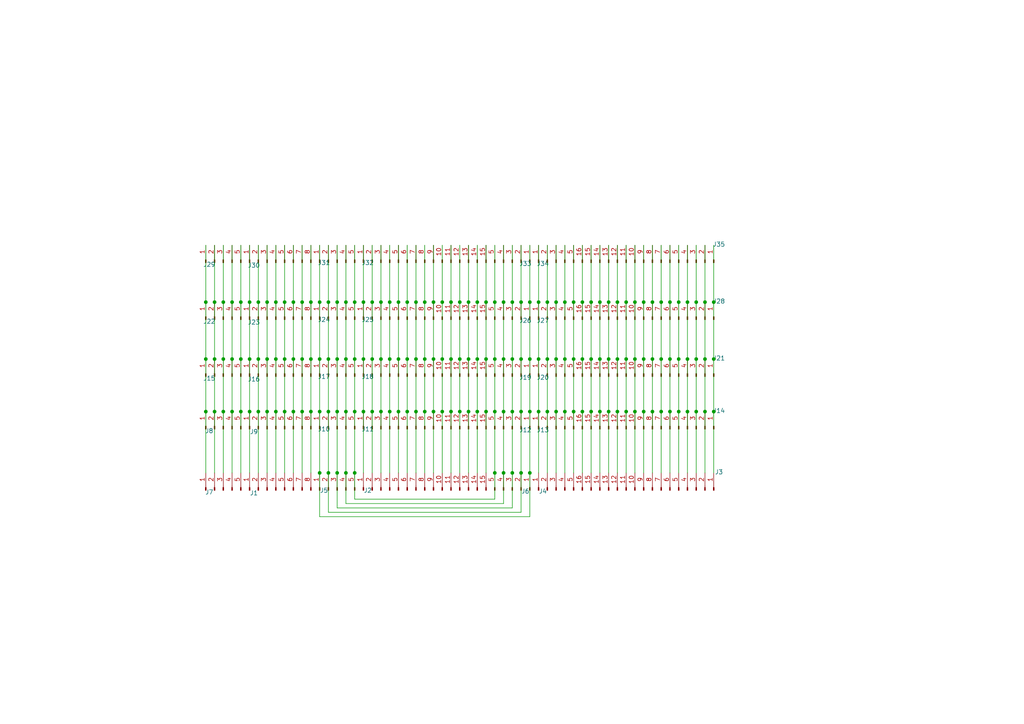
<source format=kicad_sch>
(kicad_sch (version 20250114) (generator "eeschema") (generator_version "9.0")
  (paper "A4")
  (lib_symbols
    (symbol "Connector:Conn_01x05_Pin" (pin_names (offset 1.016) (hide yes))
      (property "Reference" "J" (at 0 7.62 0))
      (property "Value" "Conn_01x05_Pin" (at 0 -7.62 0))
      (symbol "Conn_01x05_Pin_1_1"
        (rectangle (start 0.8636 5.207) (end 0 4.953) (stroke (width 0.1524)) (fill (type outline)))
        (rectangle (start 0.8636 2.667) (end 0 2.413) (stroke (width 0.1524)) (fill (type outline)))
        (rectangle (start 0.8636 0.127) (end 0 -0.127) (stroke (width 0.1524)) (fill (type outline)))
        (rectangle (start 0.8636 -2.413) (end 0 -2.667) (stroke (width 0.1524)) (fill (type outline)))
        (rectangle (start 0.8636 -4.953) (end 0 -5.207) (stroke (width 0.1524)) (fill (type outline)))
        (polyline (pts (xy 1.27 5.08) (xy 0.8636 5.08)) (stroke (width 0.1524)))
        (polyline (pts (xy 1.27 2.54) (xy 0.8636 2.54)) (stroke (width 0.1524)))
        (polyline (pts (xy 1.27 0) (xy 0.8636 0)) (stroke (width 0.1524)))
        (polyline (pts (xy 1.27 -2.54) (xy 0.8636 -2.54)) (stroke (width 0.1524)))
        (polyline (pts (xy 1.27 -5.08) (xy 0.8636 -5.08)) (stroke (width 0.1524)))
        (pin passive line (at 5.08 5.08 180) (length 3.81) (name "Pin_1") (number "1"))
        (pin passive line (at 5.08 2.54 180) (length 3.81) (name "Pin_2") (number "2"))
        (pin passive line (at 5.08 0 180) (length 3.81) (name "Pin_3") (number "3"))
        (pin passive line (at 5.08 -2.54 180) (length 3.81) (name "Pin_4") (number "4"))
        (pin passive line (at 5.08 -5.08 180) (length 3.81) (name "Pin_5") (number "5"))
      )
    )
    (symbol "Connector:Conn_01x08_Pin" (pin_names (offset 1.016) (hide yes))
      (property "Reference" "J" (at 0 10.16 0))
      (property "Value" "Conn_01x08_Pin" (at 0 -12.7 0))
      (symbol "Conn_01x08_Pin_1_1"
        (rectangle (start 0.8636 7.747) (end 0 7.493) (stroke (width 0.1524)) (fill (type outline)))
        (rectangle (start 0.8636 5.207) (end 0 4.953) (stroke (width 0.1524)) (fill (type outline)))
        (rectangle (start 0.8636 2.667) (end 0 2.413) (stroke (width 0.1524)) (fill (type outline)))
        (rectangle (start 0.8636 0.127) (end 0 -0.127) (stroke (width 0.1524)) (fill (type outline)))
        (rectangle (start 0.8636 -2.413) (end 0 -2.667) (stroke (width 0.1524)) (fill (type outline)))
        (rectangle (start 0.8636 -4.953) (end 0 -5.207) (stroke (width 0.1524)) (fill (type outline)))
        (rectangle (start 0.8636 -7.493) (end 0 -7.747) (stroke (width 0.1524)) (fill (type outline)))
        (rectangle (start 0.8636 -10.033) (end 0 -10.287) (stroke (width 0.1524)) (fill (type outline)))
        (polyline (pts (xy 1.27 7.62) (xy 0.8636 7.62)) (stroke (width 0.1524)))
        (polyline (pts (xy 1.27 5.08) (xy 0.8636 5.08)) (stroke (width 0.1524)))
        (polyline (pts (xy 1.27 2.54) (xy 0.8636 2.54)) (stroke (width 0.1524)))
        (polyline (pts (xy 1.27 0) (xy 0.8636 0)) (stroke (width 0.1524)))
        (polyline (pts (xy 1.27 -2.54) (xy 0.8636 -2.54)) (stroke (width 0.1524)))
        (polyline (pts (xy 1.27 -5.08) (xy 0.8636 -5.08)) (stroke (width 0.1524)))
        (polyline (pts (xy 1.27 -7.62) (xy 0.8636 -7.62)) (stroke (width 0.1524)))
        (polyline (pts (xy 1.27 -10.16) (xy 0.8636 -10.16)) (stroke (width 0.1524)))
        (pin passive line (at 5.08 7.62 180) (length 3.81) (name "Pin_1") (number "1"))
        (pin passive line (at 5.08 5.08 180) (length 3.81) (name "Pin_2") (number "2"))
        (pin passive line (at 5.08 2.54 180) (length 3.81) (name "Pin_3") (number "3"))
        (pin passive line (at 5.08 0 180) (length 3.81) (name "Pin_4") (number "4"))
        (pin passive line (at 5.08 -2.54 180) (length 3.81) (name "Pin_5") (number "5"))
        (pin passive line (at 5.08 -5.08 180) (length 3.81) (name "Pin_6") (number "6"))
        (pin passive line (at 5.08 -7.62 180) (length 3.81) (name "Pin_7") (number "7"))
        (pin passive line (at 5.08 -10.16 180) (length 3.81) (name "Pin_8") (number "8"))
      )
    )
    (symbol "Connector:Conn_01x15_Pin" (pin_names (offset 1.016) (hide yes))
      (property "Reference" "J" (at 0 20.32 0))
      (property "Value" "Conn_01x15_Pin" (at 0 -20.32 0))
      (symbol "Conn_01x15_Pin_1_1"
        (rectangle (start 0.8636 17.907) (end 0 17.653) (stroke (width 0.1524)) (fill (type outline)))
        (rectangle (start 0.8636 15.367) (end 0 15.113) (stroke (width 0.1524)) (fill (type outline)))
        (rectangle (start 0.8636 12.827) (end 0 12.573) (stroke (width 0.1524)) (fill (type outline)))
        (rectangle (start 0.8636 10.287) (end 0 10.033) (stroke (width 0.1524)) (fill (type outline)))
        (rectangle (start 0.8636 7.747) (end 0 7.493) (stroke (width 0.1524)) (fill (type outline)))
        (rectangle (start 0.8636 5.207) (end 0 4.953) (stroke (width 0.1524)) (fill (type outline)))
        (rectangle (start 0.8636 2.667) (end 0 2.413) (stroke (width 0.1524)) (fill (type outline)))
        (rectangle (start 0.8636 0.127) (end 0 -0.127) (stroke (width 0.1524)) (fill (type outline)))
        (rectangle (start 0.8636 -2.413) (end 0 -2.667) (stroke (width 0.1524)) (fill (type outline)))
        (rectangle (start 0.8636 -4.953) (end 0 -5.207) (stroke (width 0.1524)) (fill (type outline)))
        (rectangle (start 0.8636 -7.493) (end 0 -7.747) (stroke (width 0.1524)) (fill (type outline)))
        (rectangle (start 0.8636 -10.033) (end 0 -10.287) (stroke (width 0.1524)) (fill (type outline)))
        (rectangle (start 0.8636 -12.573) (end 0 -12.827) (stroke (width 0.1524)) (fill (type outline)))
        (rectangle (start 0.8636 -15.113) (end 0 -15.367) (stroke (width 0.1524)) (fill (type outline)))
        (rectangle (start 0.8636 -17.653) (end 0 -17.907) (stroke (width 0.1524)) (fill (type outline)))
        (polyline (pts (xy 1.27 17.78) (xy 0.8636 17.78)) (stroke (width 0.1524)))
        (polyline (pts (xy 1.27 15.24) (xy 0.8636 15.24)) (stroke (width 0.1524)))
        (polyline (pts (xy 1.27 12.7) (xy 0.8636 12.7)) (stroke (width 0.1524)))
        (polyline (pts (xy 1.27 10.16) (xy 0.8636 10.16)) (stroke (width 0.1524)))
        (polyline (pts (xy 1.27 7.62) (xy 0.8636 7.62)) (stroke (width 0.1524)))
        (polyline (pts (xy 1.27 5.08) (xy 0.8636 5.08)) (stroke (width 0.1524)))
        (polyline (pts (xy 1.27 2.54) (xy 0.8636 2.54)) (stroke (width 0.1524)))
        (polyline (pts (xy 1.27 0) (xy 0.8636 0)) (stroke (width 0.1524)))
        (polyline (pts (xy 1.27 -2.54) (xy 0.8636 -2.54)) (stroke (width 0.1524)))
        (polyline (pts (xy 1.27 -5.08) (xy 0.8636 -5.08)) (stroke (width 0.1524)))
        (polyline (pts (xy 1.27 -7.62) (xy 0.8636 -7.62)) (stroke (width 0.1524)))
        (polyline (pts (xy 1.27 -10.16) (xy 0.8636 -10.16)) (stroke (width 0.1524)))
        (polyline (pts (xy 1.27 -12.7) (xy 0.8636 -12.7)) (stroke (width 0.1524)))
        (polyline (pts (xy 1.27 -15.24) (xy 0.8636 -15.24)) (stroke (width 0.1524)))
        (polyline (pts (xy 1.27 -17.78) (xy 0.8636 -17.78)) (stroke (width 0.1524)))
        (pin passive line (at 5.08 17.78 180) (length 3.81) (name "Pin_1") (number "1"))
        (pin passive line (at 5.08 15.24 180) (length 3.81) (name "Pin_2") (number "2"))
        (pin passive line (at 5.08 12.7 180) (length 3.81) (name "Pin_3") (number "3"))
        (pin passive line (at 5.08 10.16 180) (length 3.81) (name "Pin_4") (number "4"))
        (pin passive line (at 5.08 7.62 180) (length 3.81) (name "Pin_5") (number "5"))
        (pin passive line (at 5.08 5.08 180) (length 3.81) (name "Pin_6") (number "6"))
        (pin passive line (at 5.08 2.54 180) (length 3.81) (name "Pin_7") (number "7"))
        (pin passive line (at 5.08 0 180) (length 3.81) (name "Pin_8") (number "8"))
        (pin passive line (at 5.08 -2.54 180) (length 3.81) (name "Pin_9") (number "9"))
        (pin passive line (at 5.08 -5.08 180) (length 3.81) (name "Pin_10") (number "10"))
        (pin passive line (at 5.08 -7.62 180) (length 3.81) (name "Pin_11") (number "11"))
        (pin passive line (at 5.08 -10.16 180) (length 3.81) (name "Pin_12") (number "12"))
        (pin passive line (at 5.08 -12.7 180) (length 3.81) (name "Pin_13") (number "13"))
        (pin passive line (at 5.08 -15.24 180) (length 3.81) (name "Pin_14") (number "14"))
        (pin passive line (at 5.08 -17.78 180) (length 3.81) (name "Pin_15") (number "15"))
      )
    )
    (symbol "Connector:Conn_01x16_Pin" (pin_names (offset 1.016) (hide yes))
      (property "Reference" "J" (at 0 20.32 0))
      (property "Value" "Conn_01x16_Pin" (at 0 -22.86 0))
      (symbol "Conn_01x16_Pin_1_1"
        (rectangle (start 0.8636 17.907) (end 0 17.653) (stroke (width 0.1524)) (fill (type outline)))
        (rectangle (start 0.8636 15.367) (end 0 15.113) (stroke (width 0.1524)) (fill (type outline)))
        (rectangle (start 0.8636 12.827) (end 0 12.573) (stroke (width 0.1524)) (fill (type outline)))
        (rectangle (start 0.8636 10.287) (end 0 10.033) (stroke (width 0.1524)) (fill (type outline)))
        (rectangle (start 0.8636 7.747) (end 0 7.493) (stroke (width 0.1524)) (fill (type outline)))
        (rectangle (start 0.8636 5.207) (end 0 4.953) (stroke (width 0.1524)) (fill (type outline)))
        (rectangle (start 0.8636 2.667) (end 0 2.413) (stroke (width 0.1524)) (fill (type outline)))
        (rectangle (start 0.8636 0.127) (end 0 -0.127) (stroke (width 0.1524)) (fill (type outline)))
        (rectangle (start 0.8636 -2.413) (end 0 -2.667) (stroke (width 0.1524)) (fill (type outline)))
        (rectangle (start 0.8636 -4.953) (end 0 -5.207) (stroke (width 0.1524)) (fill (type outline)))
        (rectangle (start 0.8636 -7.493) (end 0 -7.747) (stroke (width 0.1524)) (fill (type outline)))
        (rectangle (start 0.8636 -10.033) (end 0 -10.287) (stroke (width 0.1524)) (fill (type outline)))
        (rectangle (start 0.8636 -12.573) (end 0 -12.827) (stroke (width 0.1524)) (fill (type outline)))
        (rectangle (start 0.8636 -15.113) (end 0 -15.367) (stroke (width 0.1524)) (fill (type outline)))
        (rectangle (start 0.8636 -17.653) (end 0 -17.907) (stroke (width 0.1524)) (fill (type outline)))
        (rectangle (start 0.8636 -20.193) (end 0 -20.447) (stroke (width 0.1524)) (fill (type outline)))
        (polyline (pts (xy 1.27 17.78) (xy 0.8636 17.78)) (stroke (width 0.1524)))
        (polyline (pts (xy 1.27 15.24) (xy 0.8636 15.24)) (stroke (width 0.1524)))
        (polyline (pts (xy 1.27 12.7) (xy 0.8636 12.7)) (stroke (width 0.1524)))
        (polyline (pts (xy 1.27 10.16) (xy 0.8636 10.16)) (stroke (width 0.1524)))
        (polyline (pts (xy 1.27 7.62) (xy 0.8636 7.62)) (stroke (width 0.1524)))
        (polyline (pts (xy 1.27 5.08) (xy 0.8636 5.08)) (stroke (width 0.1524)))
        (polyline (pts (xy 1.27 2.54) (xy 0.8636 2.54)) (stroke (width 0.1524)))
        (polyline (pts (xy 1.27 0) (xy 0.8636 0)) (stroke (width 0.1524)))
        (polyline (pts (xy 1.27 -2.54) (xy 0.8636 -2.54)) (stroke (width 0.1524)))
        (polyline (pts (xy 1.27 -5.08) (xy 0.8636 -5.08)) (stroke (width 0.1524)))
        (polyline (pts (xy 1.27 -7.62) (xy 0.8636 -7.62)) (stroke (width 0.1524)))
        (polyline (pts (xy 1.27 -10.16) (xy 0.8636 -10.16)) (stroke (width 0.1524)))
        (polyline (pts (xy 1.27 -12.7) (xy 0.8636 -12.7)) (stroke (width 0.1524)))
        (polyline (pts (xy 1.27 -15.24) (xy 0.8636 -15.24)) (stroke (width 0.1524)))
        (polyline (pts (xy 1.27 -17.78) (xy 0.8636 -17.78)) (stroke (width 0.1524)))
        (polyline (pts (xy 1.27 -20.32) (xy 0.8636 -20.32)) (stroke (width 0.1524)))
        (pin passive line (at 5.08 17.78 180) (length 3.81) (name "Pin_1") (number "1"))
        (pin passive line (at 5.08 15.24 180) (length 3.81) (name "Pin_2") (number "2"))
        (pin passive line (at 5.08 12.7 180) (length 3.81) (name "Pin_3") (number "3"))
        (pin passive line (at 5.08 10.16 180) (length 3.81) (name "Pin_4") (number "4"))
        (pin passive line (at 5.08 7.62 180) (length 3.81) (name "Pin_5") (number "5"))
        (pin passive line (at 5.08 5.08 180) (length 3.81) (name "Pin_6") (number "6"))
        (pin passive line (at 5.08 2.54 180) (length 3.81) (name "Pin_7") (number "7"))
        (pin passive line (at 5.08 0 180) (length 3.81) (name "Pin_8") (number "8"))
        (pin passive line (at 5.08 -2.54 180) (length 3.81) (name "Pin_9") (number "9"))
        (pin passive line (at 5.08 -5.08 180) (length 3.81) (name "Pin_10") (number "10"))
        (pin passive line (at 5.08 -7.62 180) (length 3.81) (name "Pin_11") (number "11"))
        (pin passive line (at 5.08 -10.16 180) (length 3.81) (name "Pin_12") (number "12"))
        (pin passive line (at 5.08 -12.7 180) (length 3.81) (name "Pin_13") (number "13"))
        (pin passive line (at 5.08 -15.24 180) (length 3.81) (name "Pin_14") (number "14"))
        (pin passive line (at 5.08 -17.78 180) (length 3.81) (name "Pin_15") (number "15"))
        (pin passive line (at 5.08 -20.32 180) (length 3.81) (name "Pin_16") (number "16"))
      )
    )
  )
  (junction (at 135.89 87.63))
  (junction (at 207.01 119.38))
  (junction (at 67.31 104.14))
  (junction (at 105.41 104.14))
  (junction (at 140.97 87.63))
  (junction (at 161.29 119.38))
  (junction (at 59.69 119.38))
  (junction (at 64.77 119.38))
  (junction (at 138.43 119.38))
  (junction (at 110.49 87.63))
  (junction (at 74.93 119.38))
  (junction (at 74.93 104.14))
  (junction (at 151.13 137.16))
  (junction (at 201.93 87.63))
  (junction (at 199.39 87.63))
  (junction (at 133.35 104.14))
  (junction (at 64.77 87.63))
  (junction (at 184.15 87.63))
  (junction (at 146.05 137.16))
  (junction (at 100.33 87.63))
  (junction (at 199.39 119.38))
  (junction (at 133.35 87.63))
  (junction (at 118.11 119.38))
  (junction (at 120.65 104.14))
  (junction (at 207.01 104.14))
  (junction (at 153.67 137.16))
  (junction (at 176.53 119.38))
  (junction (at 194.31 104.14))
  (junction (at 115.57 87.63))
  (junction (at 100.33 104.14))
  (junction (at 130.81 104.14))
  (junction (at 90.17 104.14))
  (junction (at 125.73 119.38))
  (junction (at 113.03 119.38))
  (junction (at 153.67 104.14))
  (junction (at 204.47 87.63))
  (junction (at 204.47 104.14))
  (junction (at 146.05 87.63))
  (junction (at 148.59 119.38))
  (junction (at 148.59 87.63))
  (junction (at 186.69 87.63))
  (junction (at 173.99 87.63))
  (junction (at 128.27 119.38))
  (junction (at 130.81 87.63))
  (junction (at 151.13 87.63))
  (junction (at 156.21 119.38))
  (junction (at 77.47 104.14))
  (junction (at 67.31 87.63))
  (junction (at 148.59 104.14))
  (junction (at 100.33 137.16))
  (junction (at 80.01 104.14))
  (junction (at 168.91 87.63))
  (junction (at 72.39 104.14))
  (junction (at 64.77 104.14))
  (junction (at 151.13 104.14))
  (junction (at 118.11 87.63))
  (junction (at 133.35 119.38))
  (junction (at 196.85 119.38))
  (junction (at 140.97 104.14))
  (junction (at 191.77 87.63))
  (junction (at 201.93 119.38))
  (junction (at 125.73 104.14))
  (junction (at 128.27 104.14))
  (junction (at 115.57 104.14))
  (junction (at 176.53 104.14))
  (junction (at 196.85 87.63))
  (junction (at 120.65 87.63))
  (junction (at 67.31 119.38))
  (junction (at 113.03 104.14))
  (junction (at 87.63 104.14))
  (junction (at 171.45 87.63))
  (junction (at 168.91 104.14))
  (junction (at 140.97 119.38))
  (junction (at 161.29 87.63))
  (junction (at 143.51 87.63))
  (junction (at 181.61 104.14))
  (junction (at 191.77 119.38))
  (junction (at 110.49 119.38))
  (junction (at 115.57 119.38))
  (junction (at 194.31 87.63))
  (junction (at 158.75 87.63))
  (junction (at 138.43 87.63))
  (junction (at 82.55 87.63))
  (junction (at 201.93 104.14))
  (junction (at 153.67 87.63))
  (junction (at 194.31 119.38))
  (junction (at 80.01 87.63))
  (junction (at 95.25 104.14))
  (junction (at 161.29 104.14))
  (junction (at 82.55 119.38))
  (junction (at 90.17 87.63))
  (junction (at 166.37 87.63))
  (junction (at 179.07 119.38))
  (junction (at 135.89 119.38))
  (junction (at 77.47 87.63))
  (junction (at 97.79 137.16))
  (junction (at 62.23 87.63))
  (junction (at 158.75 104.14))
  (junction (at 97.79 104.14))
  (junction (at 184.15 119.38))
  (junction (at 82.55 104.14))
  (junction (at 171.45 104.14))
  (junction (at 158.75 119.38))
  (junction (at 102.87 104.14))
  (junction (at 196.85 104.14))
  (junction (at 204.47 119.38))
  (junction (at 80.01 119.38))
  (junction (at 97.79 87.63))
  (junction (at 95.25 87.63))
  (junction (at 69.85 87.63))
  (junction (at 77.47 119.38))
  (junction (at 62.23 119.38))
  (junction (at 69.85 119.38))
  (junction (at 107.95 87.63))
  (junction (at 69.85 104.14))
  (junction (at 85.09 119.38))
  (junction (at 138.43 104.14))
  (junction (at 189.23 104.14))
  (junction (at 87.63 119.38))
  (junction (at 166.37 119.38))
  (junction (at 118.11 104.14))
  (junction (at 123.19 104.14))
  (junction (at 181.61 87.63))
  (junction (at 143.51 137.16))
  (junction (at 181.61 119.38))
  (junction (at 171.45 119.38))
  (junction (at 151.13 119.38))
  (junction (at 173.99 119.38))
  (junction (at 95.25 119.38))
  (junction (at 148.59 137.16))
  (junction (at 128.27 87.63))
  (junction (at 72.39 119.38))
  (junction (at 102.87 119.38))
  (junction (at 92.71 104.14))
  (junction (at 186.69 119.38))
  (junction (at 59.69 87.63))
  (junction (at 153.67 119.38))
  (junction (at 143.51 104.14))
  (junction (at 92.71 137.16))
  (junction (at 179.07 104.14))
  (junction (at 92.71 119.38))
  (junction (at 90.17 119.38))
  (junction (at 123.19 87.63))
  (junction (at 156.21 87.63))
  (junction (at 100.33 119.38))
  (junction (at 120.65 119.38))
  (junction (at 125.73 87.63))
  (junction (at 113.03 87.63))
  (junction (at 85.09 104.14))
  (junction (at 135.89 104.14))
  (junction (at 85.09 87.63))
  (junction (at 163.83 87.63))
  (junction (at 146.05 119.38))
  (junction (at 176.53 87.63))
  (junction (at 184.15 104.14))
  (junction (at 107.95 119.38))
  (junction (at 87.63 87.63))
  (junction (at 199.39 104.14))
  (junction (at 146.05 104.14))
  (junction (at 102.87 87.63))
  (junction (at 166.37 104.14))
  (junction (at 123.19 119.38))
  (junction (at 92.71 87.63))
  (junction (at 130.81 119.38))
  (junction (at 179.07 87.63))
  (junction (at 105.41 87.63))
  (junction (at 62.23 104.14))
  (junction (at 191.77 104.14))
  (junction (at 102.87 137.16))
  (junction (at 173.99 104.14))
  (junction (at 156.21 104.14))
  (junction (at 95.25 137.16))
  (junction (at 97.79 119.38))
  (junction (at 163.83 104.14))
  (junction (at 207.01 87.63))
  (junction (at 110.49 104.14))
  (junction (at 105.41 119.38))
  (junction (at 72.39 87.63))
  (junction (at 74.93 87.63))
  (junction (at 168.91 119.38))
  (junction (at 107.95 104.14))
  (junction (at 163.83 119.38))
  (junction (at 143.51 119.38))
  (junction (at 189.23 87.63))
  (junction (at 186.69 104.14))
  (junction (at 59.69 104.14))
  (junction (at 189.23 119.38))
  (wire (pts (xy 148.59 147.32) (xy 148.59 137.16)))
  (wire (pts (xy 102.87 87.63) (xy 102.87 104.14)))
  (wire (pts (xy 133.35 104.14) (xy 133.35 119.38)))
  (wire (pts (xy 59.69 119.38) (xy 59.69 137.16)))
  (wire (pts (xy 125.73 71.12) (xy 125.73 87.63)))
  (wire (pts (xy 181.61 104.14) (xy 181.61 119.38)))
  (wire (pts (xy 163.83 119.38) (xy 163.83 137.16)))
  (wire (pts (xy 153.67 119.38) (xy 153.67 137.16)))
  (wire (pts (xy 105.41 119.38) (xy 105.41 137.16)))
  (wire (pts (xy 196.85 104.14) (xy 196.85 119.38)))
  (wire (pts (xy 171.45 119.38) (xy 171.45 137.16)))
  (wire (pts (xy 138.43 104.14) (xy 138.43 119.38)))
  (wire (pts (xy 156.21 87.63) (xy 156.21 104.14)))
  (wire (pts (xy 102.87 144.78) (xy 143.51 144.78)))
  (wire (pts (xy 153.67 104.14) (xy 153.67 119.38)))
  (wire (pts (xy 110.49 71.12) (xy 110.49 87.63)))
  (wire (pts (xy 166.37 119.38) (xy 166.37 137.16)))
  (wire (pts (xy 191.77 104.14) (xy 191.77 119.38)))
  (wire (pts (xy 62.23 119.38) (xy 62.23 137.16)))
  (wire (pts (xy 204.47 71.12) (xy 204.47 87.63)))
  (wire (pts (xy 171.45 104.14) (xy 171.45 119.38)))
  (wire (pts (xy 161.29 104.14) (xy 161.29 119.38)))
  (wire (pts (xy 133.35 87.63) (xy 133.35 104.14)))
  (wire (pts (xy 80.01 87.63) (xy 80.01 104.14)))
  (wire (pts (xy 113.03 71.12) (xy 113.03 87.63)))
  (wire (pts (xy 173.99 87.63) (xy 173.99 104.14)))
  (wire (pts (xy 72.39 119.38) (xy 72.39 137.16)))
  (wire (pts (xy 118.11 87.63) (xy 118.11 104.14)))
  (wire (pts (xy 80.01 104.14) (xy 80.01 119.38)))
  (wire (pts (xy 90.17 104.14) (xy 90.17 119.38)))
  (wire (pts (xy 100.33 119.38) (xy 100.33 137.16)))
  (wire (pts (xy 186.69 104.14) (xy 186.69 119.38)))
  (wire (pts (xy 184.15 119.38) (xy 184.15 137.16)))
  (wire (pts (xy 153.67 87.63) (xy 153.67 104.14)))
  (wire (pts (xy 90.17 71.12) (xy 90.17 87.63)))
  (wire (pts (xy 67.31 104.14) (xy 67.31 119.38)))
  (wire (pts (xy 191.77 87.63) (xy 191.77 104.14)))
  (wire (pts (xy 102.87 137.16) (xy 102.87 144.78)))
  (wire (pts (xy 102.87 104.14) (xy 102.87 119.38)))
  (wire (pts (xy 59.69 71.12) (xy 59.69 87.63)))
  (wire (pts (xy 166.37 71.12) (xy 166.37 87.63)))
  (wire (pts (xy 130.81 104.14) (xy 130.81 119.38)))
  (wire (pts (xy 199.39 119.38) (xy 199.39 137.16)))
  (wire (pts (xy 168.91 119.38) (xy 168.91 137.16)))
  (wire (pts (xy 80.01 119.38) (xy 80.01 137.16)))
  (wire (pts (xy 69.85 119.38) (xy 69.85 137.16)))
  (wire (pts (xy 189.23 104.14) (xy 189.23 119.38)))
  (wire (pts (xy 166.37 87.63) (xy 166.37 104.14)))
  (wire (pts (xy 105.41 87.63) (xy 105.41 104.14)))
  (wire (pts (xy 179.07 104.14) (xy 179.07 119.38)))
  (wire (pts (xy 77.47 71.12) (xy 77.47 87.63)))
  (wire (pts (xy 100.33 87.63) (xy 100.33 104.14)))
  (wire (pts (xy 97.79 104.14) (xy 97.79 119.38)))
  (wire (pts (xy 143.51 104.14) (xy 143.51 119.38)))
  (wire (pts (xy 196.85 71.12) (xy 196.85 87.63)))
  (wire (pts (xy 92.71 104.14) (xy 92.71 119.38)))
  (wire (pts (xy 146.05 146.05) (xy 100.33 146.05)))
  (wire (pts (xy 102.87 71.12) (xy 102.87 87.63)))
  (wire (pts (xy 140.97 71.12) (xy 140.97 87.63)))
  (wire (pts (xy 95.25 119.38) (xy 95.25 137.16)))
  (wire (pts (xy 194.31 71.12) (xy 194.31 87.63)))
  (wire (pts (xy 181.61 71.12) (xy 181.61 87.63)))
  (wire (pts (xy 151.13 87.63) (xy 151.13 104.14)))
  (wire (pts (xy 143.51 119.38) (xy 143.51 137.16)))
  (wire (pts (xy 173.99 71.12) (xy 173.99 87.63)))
  (wire (pts (xy 138.43 71.12) (xy 138.43 87.63)))
  (wire (pts (xy 90.17 87.63) (xy 90.17 104.14)))
  (wire (pts (xy 158.75 104.14) (xy 158.75 119.38)))
  (wire (pts (xy 102.87 119.38) (xy 102.87 137.16)))
  (wire (pts (xy 87.63 71.12) (xy 87.63 87.63)))
  (wire (pts (xy 204.47 104.14) (xy 204.47 119.38)))
  (wire (pts (xy 105.41 71.12) (xy 105.41 87.63)))
  (wire (pts (xy 87.63 87.63) (xy 87.63 104.14)))
  (wire (pts (xy 120.65 87.63) (xy 120.65 104.14)))
  (wire (pts (xy 201.93 104.14) (xy 201.93 119.38)))
  (wire (pts (xy 163.83 71.12) (xy 163.83 87.63)))
  (wire (pts (xy 123.19 119.38) (xy 123.19 137.16)))
  (wire (pts (xy 67.31 119.38) (xy 67.31 137.16)))
  (wire (pts (xy 140.97 87.63) (xy 140.97 104.14)))
  (wire (pts (xy 133.35 71.12) (xy 133.35 87.63)))
  (wire (pts (xy 125.73 119.38) (xy 125.73 137.16)))
  (wire (pts (xy 184.15 87.63) (xy 184.15 104.14)))
  (wire (pts (xy 118.11 71.12) (xy 118.11 87.63)))
  (wire (pts (xy 135.89 119.38) (xy 135.89 137.16)))
  (wire (pts (xy 135.89 71.12) (xy 135.89 87.63)))
  (wire (pts (xy 92.71 119.38) (xy 92.71 137.16)))
  (wire (pts (xy 59.69 87.63) (xy 59.69 104.14)))
  (wire (pts (xy 146.05 87.63) (xy 146.05 104.14)))
  (wire (pts (xy 151.13 119.38) (xy 151.13 137.16)))
  (wire (pts (xy 207.01 87.63) (xy 207.01 104.14)))
  (wire (pts (xy 199.39 71.12) (xy 199.39 87.63)))
  (wire (pts (xy 64.77 71.12) (xy 64.77 87.63)))
  (wire (pts (xy 204.47 119.38) (xy 204.47 137.16)))
  (wire (pts (xy 113.03 87.63) (xy 113.03 104.14)))
  (wire (pts (xy 168.91 71.12) (xy 168.91 87.63)))
  (wire (pts (xy 69.85 104.14) (xy 69.85 119.38)))
  (wire (pts (xy 97.79 71.12) (xy 97.79 87.63)))
  (wire (pts (xy 74.93 104.14) (xy 74.93 119.38)))
  (wire (pts (xy 77.47 119.38) (xy 77.47 137.16)))
  (wire (pts (xy 64.77 119.38) (xy 64.77 137.16)))
  (wire (pts (xy 115.57 119.38) (xy 115.57 137.16)))
  (wire (pts (xy 166.37 104.14) (xy 166.37 119.38)))
  (wire (pts (xy 118.11 119.38) (xy 118.11 137.16)))
  (wire (pts (xy 207.01 71.12) (xy 207.01 87.63)))
  (wire (pts (xy 74.93 87.63) (xy 74.93 104.14)))
  (wire (pts (xy 196.85 87.63) (xy 196.85 104.14)))
  (wire (pts (xy 130.81 71.12) (xy 130.81 87.63)))
  (wire (pts (xy 87.63 119.38) (xy 87.63 137.16)))
  (wire (pts (xy 95.25 104.14) (xy 95.25 119.38)))
  (wire (pts (xy 125.73 104.14) (xy 125.73 119.38)))
  (wire (pts (xy 95.25 71.12) (xy 95.25 87.63)))
  (wire (pts (xy 97.79 119.38) (xy 97.79 137.16)))
  (wire (pts (xy 85.09 104.14) (xy 85.09 119.38)))
  (wire (pts (xy 156.21 71.12) (xy 156.21 87.63)))
  (wire (pts (xy 125.73 87.63) (xy 125.73 104.14)))
  (wire (pts (xy 153.67 149.86) (xy 153.67 137.16)))
  (wire (pts (xy 62.23 87.63) (xy 62.23 104.14)))
  (wire (pts (xy 171.45 87.63) (xy 171.45 104.14)))
  (wire (pts (xy 153.67 71.12) (xy 153.67 87.63)))
  (wire (pts (xy 92.71 149.86) (xy 153.67 149.86)))
  (wire (pts (xy 201.93 87.63) (xy 201.93 104.14)))
  (wire (pts (xy 181.61 87.63) (xy 181.61 104.14)))
  (wire (pts (xy 163.83 104.14) (xy 163.83 119.38)))
  (wire (pts (xy 148.59 87.63) (xy 148.59 104.14)))
  (wire (pts (xy 171.45 71.12) (xy 171.45 87.63)))
  (wire (pts (xy 107.95 71.12) (xy 107.95 87.63)))
  (wire (pts (xy 100.33 146.05) (xy 100.33 137.16)))
  (wire (pts (xy 62.23 104.14) (xy 62.23 119.38)))
  (wire (pts (xy 151.13 104.14) (xy 151.13 119.38)))
  (wire (pts (xy 176.53 87.63) (xy 176.53 104.14)))
  (wire (pts (xy 176.53 119.38) (xy 176.53 137.16)))
  (wire (pts (xy 156.21 119.38) (xy 156.21 137.16)))
  (wire (pts (xy 74.93 71.12) (xy 74.93 87.63)))
  (wire (pts (xy 85.09 87.63) (xy 85.09 104.14)))
  (wire (pts (xy 161.29 87.63) (xy 161.29 104.14)))
  (wire (pts (xy 62.23 71.12) (xy 62.23 87.63)))
  (wire (pts (xy 135.89 104.14) (xy 135.89 119.38)))
  (wire (pts (xy 82.55 87.63) (xy 82.55 104.14)))
  (wire (pts (xy 148.59 104.14) (xy 148.59 119.38)))
  (wire (pts (xy 184.15 71.12) (xy 184.15 87.63)))
  (wire (pts (xy 138.43 119.38) (xy 138.43 137.16)))
  (wire (pts (xy 128.27 104.14) (xy 128.27 119.38)))
  (wire (pts (xy 146.05 137.16) (xy 146.05 146.05)))
  (wire (pts (xy 179.07 119.38) (xy 179.07 137.16)))
  (wire (pts (xy 146.05 104.14) (xy 146.05 119.38)))
  (wire (pts (xy 95.25 137.16) (xy 95.25 148.59)))
  (wire (pts (xy 67.31 87.63) (xy 67.31 104.14)))
  (wire (pts (xy 92.71 71.12) (xy 92.71 87.63)))
  (wire (pts (xy 74.93 119.38) (xy 74.93 137.16)))
  (wire (pts (xy 77.47 87.63) (xy 77.47 104.14)))
  (wire (pts (xy 92.71 87.63) (xy 92.71 104.14)))
  (wire (pts (xy 186.69 119.38) (xy 186.69 137.16)))
  (wire (pts (xy 107.95 87.63) (xy 107.95 104.14)))
  (wire (pts (xy 133.35 119.38) (xy 133.35 137.16)))
  (wire (pts (xy 69.85 87.63) (xy 69.85 104.14)))
  (wire (pts (xy 115.57 87.63) (xy 115.57 104.14)))
  (wire (pts (xy 82.55 104.14) (xy 82.55 119.38)))
  (wire (pts (xy 128.27 87.63) (xy 128.27 104.14)))
  (wire (pts (xy 64.77 87.63) (xy 64.77 104.14)))
  (wire (pts (xy 82.55 71.12) (xy 82.55 87.63)))
  (wire (pts (xy 201.93 71.12) (xy 201.93 87.63)))
  (wire (pts (xy 123.19 87.63) (xy 123.19 104.14)))
  (wire (pts (xy 207.01 119.38) (xy 207.01 137.16)))
  (wire (pts (xy 97.79 87.63) (xy 97.79 104.14)))
  (wire (pts (xy 191.77 71.12) (xy 191.77 87.63)))
  (wire (pts (xy 176.53 104.14) (xy 176.53 119.38)))
  (wire (pts (xy 168.91 87.63) (xy 168.91 104.14)))
  (wire (pts (xy 113.03 104.14) (xy 113.03 119.38)))
  (wire (pts (xy 151.13 71.12) (xy 151.13 87.63)))
  (wire (pts (xy 179.07 87.63) (xy 179.07 104.14)))
  (wire (pts (xy 186.69 71.12) (xy 186.69 87.63)))
  (wire (pts (xy 179.07 71.12) (xy 179.07 87.63)))
  (wire (pts (xy 80.01 71.12) (xy 80.01 87.63)))
  (wire (pts (xy 140.97 104.14) (xy 140.97 119.38)))
  (wire (pts (xy 143.51 87.63) (xy 143.51 104.14)))
  (wire (pts (xy 72.39 71.12) (xy 72.39 87.63)))
  (wire (pts (xy 173.99 119.38) (xy 173.99 137.16)))
  (wire (pts (xy 196.85 119.38) (xy 196.85 137.16)))
  (wire (pts (xy 189.23 71.12) (xy 189.23 87.63)))
  (wire (pts (xy 72.39 104.14) (xy 72.39 119.38)))
  (wire (pts (xy 199.39 87.63) (xy 199.39 104.14)))
  (wire (pts (xy 85.09 119.38) (xy 85.09 137.16)))
  (wire (pts (xy 105.41 104.14) (xy 105.41 119.38)))
  (wire (pts (xy 95.25 148.59) (xy 151.13 148.59)))
  (wire (pts (xy 128.27 71.12) (xy 128.27 87.63)))
  (wire (pts (xy 59.69 104.14) (xy 59.69 119.38)))
  (wire (pts (xy 118.11 104.14) (xy 118.11 119.38)))
  (wire (pts (xy 123.19 104.14) (xy 123.19 119.38)))
  (wire (pts (xy 72.39 87.63) (xy 72.39 104.14)))
  (wire (pts (xy 120.65 71.12) (xy 120.65 87.63)))
  (wire (pts (xy 146.05 71.12) (xy 146.05 87.63)))
  (wire (pts (xy 135.89 87.63) (xy 135.89 104.14)))
  (wire (pts (xy 87.63 104.14) (xy 87.63 119.38)))
  (wire (pts (xy 113.03 119.38) (xy 113.03 137.16)))
  (wire (pts (xy 163.83 87.63) (xy 163.83 104.14)))
  (wire (pts (xy 130.81 87.63) (xy 130.81 104.14)))
  (wire (pts (xy 158.75 71.12) (xy 158.75 87.63)))
  (wire (pts (xy 82.55 119.38) (xy 82.55 137.16)))
  (wire (pts (xy 97.79 137.16) (xy 97.79 147.32)))
  (wire (pts (xy 85.09 71.12) (xy 85.09 87.63)))
  (wire (pts (xy 128.27 119.38) (xy 128.27 137.16)))
  (wire (pts (xy 161.29 119.38) (xy 161.29 137.16)))
  (wire (pts (xy 194.31 87.63) (xy 194.31 104.14)))
  (wire (pts (xy 194.31 104.14) (xy 194.31 119.38)))
  (wire (pts (xy 140.97 119.38) (xy 140.97 137.16)))
  (wire (pts (xy 90.17 119.38) (xy 90.17 137.16)))
  (wire (pts (xy 146.05 119.38) (xy 146.05 137.16)))
  (wire (pts (xy 64.77 104.14) (xy 64.77 119.38)))
  (wire (pts (xy 173.99 104.14) (xy 173.99 119.38)))
  (wire (pts (xy 204.47 87.63) (xy 204.47 104.14)))
  (wire (pts (xy 191.77 119.38) (xy 191.77 137.16)))
  (wire (pts (xy 100.33 104.14) (xy 100.33 119.38)))
  (wire (pts (xy 186.69 87.63) (xy 186.69 104.14)))
  (wire (pts (xy 199.39 104.14) (xy 199.39 119.38)))
  (wire (pts (xy 143.51 144.78) (xy 143.51 137.16)))
  (wire (pts (xy 100.33 71.12) (xy 100.33 87.63)))
  (wire (pts (xy 201.93 119.38) (xy 201.93 137.16)))
  (wire (pts (xy 143.51 71.12) (xy 143.51 87.63)))
  (wire (pts (xy 176.53 71.12) (xy 176.53 87.63)))
  (wire (pts (xy 95.25 87.63) (xy 95.25 104.14)))
  (wire (pts (xy 189.23 87.63) (xy 189.23 104.14)))
  (wire (pts (xy 110.49 104.14) (xy 110.49 119.38)))
  (wire (pts (xy 148.59 71.12) (xy 148.59 87.63)))
  (wire (pts (xy 110.49 87.63) (xy 110.49 104.14)))
  (wire (pts (xy 148.59 119.38) (xy 148.59 137.16)))
  (wire (pts (xy 181.61 119.38) (xy 181.61 137.16)))
  (wire (pts (xy 123.19 71.12) (xy 123.19 87.63)))
  (wire (pts (xy 168.91 104.14) (xy 168.91 119.38)))
  (wire (pts (xy 107.95 119.38) (xy 107.95 137.16)))
  (wire (pts (xy 115.57 104.14) (xy 115.57 119.38)))
  (wire (pts (xy 110.49 119.38) (xy 110.49 137.16)))
  (wire (pts (xy 69.85 71.12) (xy 69.85 87.63)))
  (wire (pts (xy 130.81 119.38) (xy 130.81 137.16)))
  (wire (pts (xy 156.21 104.14) (xy 156.21 119.38)))
  (wire (pts (xy 207.01 104.14) (xy 207.01 119.38)))
  (wire (pts (xy 67.31 71.12) (xy 67.31 87.63)))
  (wire (pts (xy 194.31 119.38) (xy 194.31 137.16)))
  (wire (pts (xy 138.43 87.63) (xy 138.43 104.14)))
  (wire (pts (xy 151.13 148.59) (xy 151.13 137.16)))
  (wire (pts (xy 158.75 119.38) (xy 158.75 137.16)))
  (wire (pts (xy 92.71 137.16) (xy 92.71 149.86)))
  (wire (pts (xy 115.57 71.12) (xy 115.57 87.63)))
  (wire (pts (xy 161.29 71.12) (xy 161.29 87.63)))
  (wire (pts (xy 184.15 104.14) (xy 184.15 119.38)))
  (wire (pts (xy 107.95 104.14) (xy 107.95 119.38)))
  (wire (pts (xy 158.75 87.63) (xy 158.75 104.14)))
  (wire (pts (xy 189.23 119.38) (xy 189.23 137.16)))
  (wire (pts (xy 120.65 119.38) (xy 120.65 137.16)))
  (wire (pts (xy 120.65 104.14) (xy 120.65 119.38)))
  (wire (pts (xy 77.47 104.14) (xy 77.47 119.38)))
  (wire (pts (xy 97.79 147.32) (xy 148.59 147.32)))
  (symbol (lib_id "Connector:Conn_01x15_Pin") (at 123.19 142.24 90) (unit 1)
    (property "Reference" "J2" (at 106.68 142.24 90))
    (property "Value" "Conn_01x15_Pin" (effects (hide yes)))
    (property "Footprint" "Connector_PinHeader_2.54mm:PinHeader_1x15_P2.54mm_Vertical" (effects (hide yes)))
    (property "Description" "Generic connector, single row, 01x15, script generated" (effects (hide yes)))
  )
  (symbol (lib_id "Connector:Conn_01x08_Pin") (at 80.01 124.46 90) (unit 1)
    (property "Reference" "J9" (at 73.66 125.222 90))
    (property "Value" "Conn_01x08_Pin" (effects (hide yes)))
    (property "Footprint" "Connector_PinHeader_2.54mm:PinHeader_1x08_P2.54mm_Vertical" (effects (hide yes)))
    (property "Description" "Generic connector, single row, 01x08, script generated" (effects (hide yes)))
  )
  (symbol (lib_id "Connector:Conn_01x05_Pin") (at 97.79 92.71 90) (unit 1)
    (property "Reference" "J24" (at 93.98 92.71 90))
    (property "Value" "Conn_01x05_Pin" (effects (hide yes)))
    (property "Footprint" "Connector_PinHeader_2.54mm:PinHeader_1x05_P2.54mm_Vertical" (effects (hide yes)))
    (property "Description" "Generic connector, single row, 01x05, script generated" (effects (hide yes)))
  )
  (symbol (lib_id "Connector:Conn_01x05_Pin") (at 161.29 142.24 90) (unit 1)
    (property "Reference" "J4" (at 157.48 142.494 90))
    (property "Value" "Conn_01x05_Pin" (effects (hide yes)))
    (property "Footprint" "Connector_PinHeader_2.54mm:PinHeader_1x05_P2.54mm_Vertical" (effects (hide yes)))
    (property "Description" "Generic connector, single row, 01x05, script generated" (effects (hide yes)))
  )
  (symbol (lib_id "Connector:Conn_01x16_Pin") (at 189.23 142.24 270) (mirror x) (unit 1)
    (property "Reference" "J3" (at 208.534 136.906 90))
    (property "Value" "Conn_01x16_Pin" (effects (hide yes)))
    (property "Footprint" "Connector_PinHeader_2.54mm:PinHeader_1x16_P2.54mm_Vertical" (effects (hide yes)))
    (property "Description" "Generic connector, single row, 01x16, script generated" (effects (hide yes)))
  )
  (symbol (lib_id "Connector:Conn_01x05_Pin") (at 161.29 124.46 90) (unit 1)
    (property "Reference" "J13" (at 157.48 124.714 90))
    (property "Value" "Conn_01x05_Pin" (effects (hide yes)))
    (property "Footprint" "Connector_PinHeader_2.54mm:PinHeader_1x05_P2.54mm_Vertical" (effects (hide yes)))
    (property "Description" "Generic connector, single row, 01x05, script generated" (effects (hide yes)))
  )
  (symbol (lib_id "Connector:Conn_01x05_Pin") (at 161.29 109.22 90) (unit 1)
    (property "Reference" "J20" (at 157.48 109.474 90))
    (property "Value" "Conn_01x05_Pin" (effects (hide yes)))
    (property "Footprint" "Connector_PinHeader_2.54mm:PinHeader_1x05_P2.54mm_Vertical" (effects (hide yes)))
    (property "Description" "Generic connector, single row, 01x05, script generated" (effects (hide yes)))
  )
  (symbol (lib_id "Connector:Conn_01x08_Pin") (at 80.01 92.71 90) (unit 1)
    (property "Reference" "J23" (at 73.66 93.472 90))
    (property "Value" "Conn_01x08_Pin" (effects (hide yes)))
    (property "Footprint" "Connector_PinHeader_2.54mm:PinHeader_1x08_P2.54mm_Vertical" (effects (hide yes)))
    (property "Description" "Generic connector, single row, 01x08, script generated" (effects (hide yes)))
  )
  (symbol (lib_id "Connector:Conn_01x05_Pin") (at 97.79 142.24 90) (unit 1)
    (property "Reference" "J5" (at 93.98 142.24 90))
    (property "Value" "Conn_01x05_Pin" (effects (hide yes)))
    (property "Footprint" "Connector_PinHeader_2.54mm:PinHeader_1x05_P2.54mm_Vertical" (effects (hide yes)))
    (property "Description" "Generic connector, single row, 01x05, script generated" (effects (hide yes)))
  )
  (symbol (lib_id "Connector:Conn_01x15_Pin") (at 123.19 76.2 90) (unit 1)
    (property "Reference" "J32" (at 106.68 76.2 90))
    (property "Value" "Conn_01x15_Pin" (effects (hide yes)))
    (property "Footprint" "Connector_PinHeader_2.54mm:PinHeader_1x15_P2.54mm_Vertical" (effects (hide yes)))
    (property "Description" "Generic connector, single row, 01x15, script generated" (effects (hide yes)))
  )
  (symbol (lib_id "Connector:Conn_01x08_Pin") (at 80.01 76.2 90) (unit 1)
    (property "Reference" "J30" (at 73.66 76.962 90))
    (property "Value" "Conn_01x08_Pin" (effects (hide yes)))
    (property "Footprint" "Connector_PinHeader_2.54mm:PinHeader_1x08_P2.54mm_Vertical" (effects (hide yes)))
    (property "Description" "Generic connector, single row, 01x08, script generated" (effects (hide yes)))
  )
  (symbol (lib_id "Connector:Conn_01x16_Pin") (at 189.23 124.46 270) (mirror x) (unit 1)
    (property "Reference" "J14" (at 208.534 119.126 90))
    (property "Value" "Conn_01x16_Pin" (effects (hide yes)))
    (property "Footprint" "Connector_PinHeader_2.54mm:PinHeader_1x16_P2.54mm_Vertical" (effects (hide yes)))
    (property "Description" "Generic connector, single row, 01x16, script generated" (effects (hide yes)))
  )
  (symbol (lib_id "Connector:Conn_01x08_Pin") (at 80.01 142.24 90) (unit 1)
    (property "Reference" "J1" (at 73.66 143.002 90))
    (property "Value" "Conn_01x08_Pin" (effects (hide yes)))
    (property "Footprint" "Connector_PinHeader_2.54mm:PinHeader_1x08_P2.54mm_Vertical" (effects (hide yes)))
    (property "Description" "Generic connector, single row, 01x08, script generated" (effects (hide yes)))
  )
  (symbol (lib_id "Connector:Conn_01x05_Pin") (at 148.59 124.46 270) (mirror x) (unit 1)
    (property "Reference" "J12" (at 152.4 124.714 90))
    (property "Value" "Conn_01x05_Pin" (effects (hide yes)))
    (property "Footprint" "Connector_PinHeader_2.54mm:PinHeader_1x05_P2.54mm_Vertical" (effects (hide yes)))
    (property "Description" "Generic connector, single row, 01x05, script generated" (effects (hide yes)))
  )
  (symbol (lib_id "Connector:Conn_01x05_Pin") (at 97.79 109.22 90) (unit 1)
    (property "Reference" "J17" (at 93.98 109.22 90))
    (property "Value" "Conn_01x05_Pin" (effects (hide yes)))
    (property "Footprint" "Connector_PinHeader_2.54mm:PinHeader_1x05_P2.54mm_Vertical" (effects (hide yes)))
    (property "Description" "Generic connector, single row, 01x05, script generated" (effects (hide yes)))
  )
  (symbol (lib_id "Connector:Conn_01x16_Pin") (at 189.23 92.71 270) (mirror x) (unit 1)
    (property "Reference" "J28" (at 208.534 87.376 90))
    (property "Value" "Conn_01x16_Pin" (effects (hide yes)))
    (property "Footprint" "Connector_PinHeader_2.54mm:PinHeader_1x16_P2.54mm_Vertical" (effects (hide yes)))
    (property "Description" "Generic connector, single row, 01x16, script generated" (effects (hide yes)))
  )
  (symbol (lib_id "Connector:Conn_01x05_Pin") (at 64.77 92.71 90) (unit 1)
    (property "Reference" "J22" (at 60.706 93.218 90))
    (property "Value" "Conn_01x05_Pin" (effects (hide yes)))
    (property "Footprint" "Connector_PinHeader_2.54mm:PinHeader_1x05_P2.54mm_Vertical" (effects (hide yes)))
    (property "Description" "Generic connector, single row, 01x05, script generated" (effects (hide yes)))
  )
  (symbol (lib_id "Connector:Conn_01x05_Pin") (at 64.77 124.46 90) (unit 1)
    (property "Reference" "J8" (at 60.706 124.968 90))
    (property "Value" "Conn_01x05_Pin" (effects (hide yes)))
    (property "Footprint" "Connector_PinHeader_2.54mm:PinHeader_1x05_P2.54mm_Vertical" (effects (hide yes)))
    (property "Description" "Generic connector, single row, 01x05, script generated" (effects (hide yes)))
  )
  (symbol (lib_id "Connector:Conn_01x05_Pin") (at 161.29 76.2 90) (unit 1)
    (property "Reference" "J34" (at 157.48 76.454 90))
    (property "Value" "Conn_01x05_Pin" (effects (hide yes)))
    (property "Footprint" "Connector_PinHeader_2.54mm:PinHeader_1x05_P2.54mm_Vertical" (effects (hide yes)))
    (property "Description" "Generic connector, single row, 01x05, script generated" (effects (hide yes)))
  )
  (symbol (lib_id "Connector:Conn_01x15_Pin") (at 123.19 124.46 90) (unit 1)
    (property "Reference" "J11" (at 106.68 124.46 90))
    (property "Value" "Conn_01x15_Pin" (effects (hide yes)))
    (property "Footprint" "Connector_PinHeader_2.54mm:PinHeader_1x15_P2.54mm_Vertical" (effects (hide yes)))
    (property "Description" "Generic connector, single row, 01x15, script generated" (effects (hide yes)))
  )
  (symbol (lib_id "Connector:Conn_01x15_Pin") (at 123.19 92.71 90) (unit 1)
    (property "Reference" "J25" (at 106.68 92.71 90))
    (property "Value" "Conn_01x15_Pin" (effects (hide yes)))
    (property "Footprint" "Connector_PinHeader_2.54mm:PinHeader_1x15_P2.54mm_Vertical" (effects (hide yes)))
    (property "Description" "Generic connector, single row, 01x15, script generated" (effects (hide yes)))
  )
  (symbol (lib_id "Connector:Conn_01x05_Pin") (at 148.59 109.22 270) (mirror x) (unit 1)
    (property "Reference" "J19" (at 152.4 109.474 90))
    (property "Value" "Conn_01x05_Pin" (effects (hide yes)))
    (property "Footprint" "Connector_PinHeader_2.54mm:PinHeader_1x05_P2.54mm_Vertical" (effects (hide yes)))
    (property "Description" "Generic connector, single row, 01x05, script generated" (effects (hide yes)))
  )
  (symbol (lib_id "Connector:Conn_01x05_Pin") (at 148.59 142.24 270) (mirror x) (unit 1)
    (property "Reference" "J6" (at 152.4 142.494 90))
    (property "Value" "Conn_01x05_Pin" (effects (hide yes)))
    (property "Footprint" "Connector_PinHeader_2.54mm:PinHeader_1x05_P2.54mm_Vertical" (effects (hide yes)))
    (property "Description" "Generic connector, single row, 01x05, script generated" (effects (hide yes)))
  )
  (symbol (lib_id "Connector:Conn_01x05_Pin") (at 97.79 76.2 90) (unit 1)
    (property "Reference" "J31" (at 93.98 76.2 90))
    (property "Value" "Conn_01x05_Pin" (effects (hide yes)))
    (property "Footprint" "Connector_PinHeader_2.54mm:PinHeader_1x05_P2.54mm_Vertical" (effects (hide yes)))
    (property "Description" "Generic connector, single row, 01x05, script generated" (effects (hide yes)))
  )
  (symbol (lib_id "Connector:Conn_01x05_Pin") (at 97.79 124.46 90) (unit 1)
    (property "Reference" "J10" (at 93.98 124.46 90))
    (property "Value" "Conn_01x05_Pin" (effects (hide yes)))
    (property "Footprint" "Connector_PinHeader_2.54mm:PinHeader_1x05_P2.54mm_Vertical" (effects (hide yes)))
    (property "Description" "Generic connector, single row, 01x05, script generated" (effects (hide yes)))
  )
  (symbol (lib_id "Connector:Conn_01x05_Pin") (at 148.59 76.2 270) (mirror x) (unit 1)
    (property "Reference" "J33" (at 152.4 76.454 90))
    (property "Value" "Conn_01x05_Pin" (effects (hide yes)))
    (property "Footprint" "Connector_PinHeader_2.54mm:PinHeader_1x05_P2.54mm_Vertical" (effects (hide yes)))
    (property "Description" "Generic connector, single row, 01x05, script generated" (effects (hide yes)))
  )
  (symbol (lib_id "Connector:Conn_01x05_Pin") (at 64.77 76.2 90) (unit 1)
    (property "Reference" "J29" (at 60.706 76.708 90))
    (property "Value" "Conn_01x05_Pin" (effects (hide yes)))
    (property "Footprint" "Connector_PinHeader_2.54mm:PinHeader_1x05_P2.54mm_Vertical" (effects (hide yes)))
    (property "Description" "Generic connector, single row, 01x05, script generated" (effects (hide yes)))
  )
  (symbol (lib_id "Connector:Conn_01x15_Pin") (at 123.19 109.22 90) (unit 1)
    (property "Reference" "J18" (at 106.68 109.22 90))
    (property "Value" "Conn_01x15_Pin" (effects (hide yes)))
    (property "Footprint" "Connector_PinHeader_2.54mm:PinHeader_1x15_P2.54mm_Vertical" (effects (hide yes)))
    (property "Description" "Generic connector, single row, 01x15, script generated" (effects (hide yes)))
  )
  (symbol (lib_id "Connector:Conn_01x05_Pin") (at 64.77 109.22 90) (unit 1)
    (property "Reference" "J15" (at 60.706 109.728 90))
    (property "Value" "Conn_01x05_Pin" (effects (hide yes)))
    (property "Footprint" "Connector_PinHeader_2.54mm:PinHeader_1x05_P2.54mm_Vertical" (effects (hide yes)))
    (property "Description" "Generic connector, single row, 01x05, script generated" (effects (hide yes)))
  )
  (symbol (lib_id "Connector:Conn_01x05_Pin") (at 64.77 142.24 90) (unit 1)
    (property "Reference" "J7" (at 60.706 142.748 90))
    (property "Value" "Conn_01x05_Pin" (effects (hide yes)))
    (property "Footprint" "Connector_PinHeader_2.54mm:PinHeader_1x05_P2.54mm_Vertical" (effects (hide yes)))
    (property "Description" "Generic connector, single row, 01x05, script generated" (effects (hide yes)))
  )
  (symbol (lib_id "Connector:Conn_01x16_Pin") (at 189.23 109.22 270) (mirror x) (unit 1)
    (property "Reference" "J21" (at 208.534 103.886 90))
    (property "Value" "Conn_01x16_Pin" (effects (hide yes)))
    (property "Footprint" "Connector_PinHeader_2.54mm:PinHeader_1x16_P2.54mm_Vertical" (effects (hide yes)))
    (property "Description" "Generic connector, single row, 01x16, script generated" (effects (hide yes)))
  )
  (symbol (lib_id "Connector:Conn_01x16_Pin") (at 189.23 76.2 270) (mirror x) (unit 1)
    (property "Reference" "J35" (at 208.534 70.866 90))
    (property "Value" "Conn_01x16_Pin" (effects (hide yes)))
    (property "Footprint" "Connector_PinHeader_2.54mm:PinHeader_1x16_P2.54mm_Vertical" (effects (hide yes)))
    (property "Description" "Generic connector, single row, 01x16, script generated" (effects (hide yes)))
  )
  (symbol (lib_id "Connector:Conn_01x05_Pin") (at 161.29 92.71 90) (unit 1)
    (property "Reference" "J27" (at 157.48 92.964 90))
    (property "Value" "Conn_01x05_Pin" (effects (hide yes)))
    (property "Footprint" "Connector_PinHeader_2.54mm:PinHeader_1x05_P2.54mm_Vertical" (effects (hide yes)))
    (property "Description" "Generic connector, single row, 01x05, script generated" (effects (hide yes)))
  )
  (symbol (lib_id "Connector:Conn_01x05_Pin") (at 148.59 92.71 270) (mirror x) (unit 1)
    (property "Reference" "J26" (at 152.4 92.964 90))
    (property "Value" "Conn_01x05_Pin" (effects (hide yes)))
    (property "Footprint" "Connector_PinHeader_2.54mm:PinHeader_1x05_P2.54mm_Vertical" (effects (hide yes)))
    (property "Description" "Generic connector, single row, 01x05, script generated" (effects (hide yes)))
  )
  (symbol (lib_id "Connector:Conn_01x08_Pin") (at 80.01 109.22 90) (unit 1)
    (property "Reference" "J16" (at 73.66 109.982 90))
    (property "Value" "Conn_01x08_Pin" (effects (hide yes)))
    (property "Footprint" "Connector_PinHeader_2.54mm:PinHeader_1x08_P2.54mm_Vertical" (effects (hide yes)))
    (property "Description" "Generic connector, single row, 01x08, script generated" (effects (hide yes)))
  )
)
</source>
